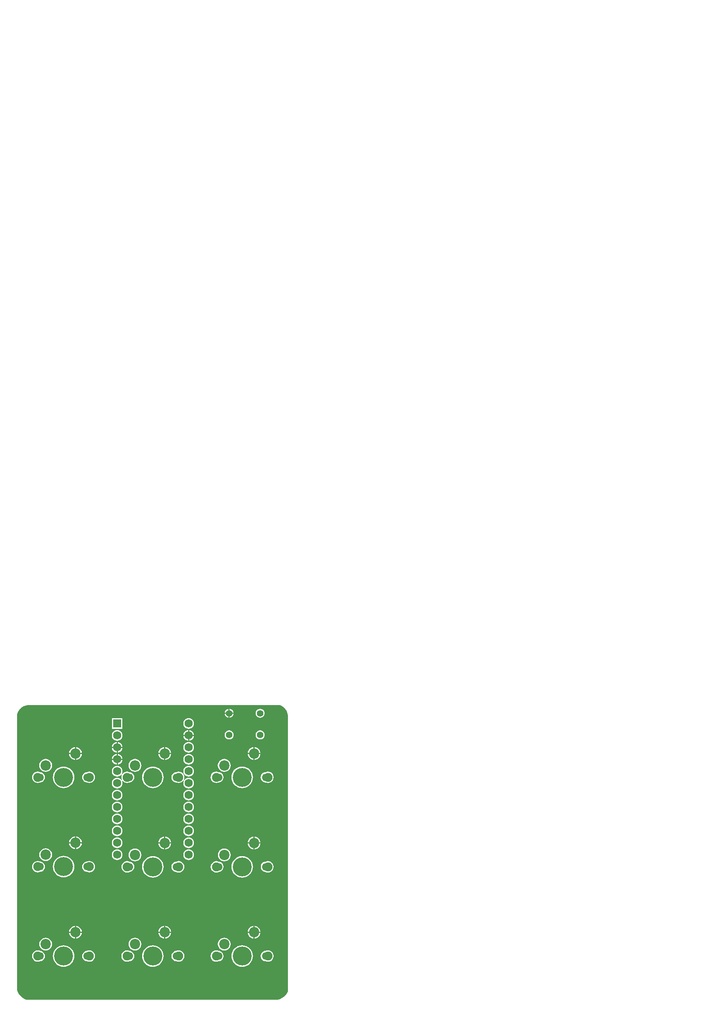
<source format=gbr>
%TF.GenerationSoftware,Altium Limited,Altium Designer,20.1.12 (249)*%
G04 Layer_Physical_Order=1*
G04 Layer_Color=255*
%FSLAX26Y26*%
%MOIN*%
%TF.SameCoordinates,B967F61E-ED45-4387-9E05-25525081BA1A*%
%TF.FilePolarity,Positive*%
%TF.FileFunction,Copper,L1,Top,Signal*%
%TF.Part,Single*%
G01*
G75*
%TA.AperFunction,ComponentPad*%
%ADD10C,0.159449*%
%ADD11C,0.074803*%
%ADD12C,0.066929*%
%ADD13C,0.086614*%
%ADD14C,0.069016*%
%ADD15R,0.069016X0.069016*%
%ADD16C,0.055118*%
G36*
X2216175Y2477732D02*
X2228406Y2472666D01*
X2239414Y2465311D01*
X2254175Y2450549D01*
X2254175Y2450549D01*
X2261140Y2443585D01*
X2272084Y2427206D01*
X2279622Y2409007D01*
X2283465Y2389688D01*
Y2379838D01*
Y96737D01*
Y90117D01*
X2280882Y77132D01*
X2275816Y64901D01*
X2268460Y53893D01*
X2253699Y39132D01*
X2253699D01*
X2246734Y32167D01*
X2230356Y21224D01*
X2212157Y13685D01*
X2192837Y9842D01*
X90117D01*
X77132Y12425D01*
X64901Y17492D01*
X53893Y24847D01*
X30722Y48019D01*
X30722Y48019D01*
X30721Y48019D01*
X25757Y52983D01*
X17956Y64659D01*
X12582Y77632D01*
X9843Y91404D01*
Y98425D01*
Y2393421D01*
Y2400040D01*
X12425Y2413025D01*
X17492Y2425256D01*
X24847Y2436264D01*
X39608Y2451026D01*
X39609Y2451026D01*
Y2451026D01*
X46573Y2457990D01*
X62951Y2468934D01*
X81150Y2476472D01*
X100470Y2480315D01*
X2203190D01*
X2216175Y2477732D01*
D02*
G37*
G36*
X5782598Y8184882D02*
D01*
D02*
G37*
%LPC*%
G36*
X1793740Y2447619D02*
Y2415394D01*
X1825965D01*
X1825332Y2420199D01*
X1821548Y2429335D01*
X1815528Y2437181D01*
X1807682Y2443201D01*
X1798545Y2446986D01*
X1793740Y2447619D01*
D02*
G37*
G36*
X1783740Y2447619D02*
X1778935Y2446986D01*
X1769799Y2443201D01*
X1761953Y2437181D01*
X1755932Y2429335D01*
X1752148Y2420199D01*
X1751515Y2415394D01*
X1783740D01*
Y2447619D01*
D02*
G37*
G36*
X1825965Y2405394D02*
X1793740D01*
Y2373169D01*
X1798545Y2373801D01*
X1807682Y2377586D01*
X1815528Y2383606D01*
X1821548Y2391452D01*
X1825332Y2400589D01*
X1825965Y2405394D01*
D02*
G37*
G36*
X1783740D02*
X1751515D01*
X1752148Y2400589D01*
X1755932Y2391452D01*
X1761953Y2383606D01*
X1769799Y2377586D01*
X1778935Y2373801D01*
X1783740Y2373169D01*
Y2405394D01*
D02*
G37*
G36*
X2048583Y2448277D02*
X2038778Y2446986D01*
X2029641Y2443201D01*
X2021795Y2437181D01*
X2015775Y2429335D01*
X2011990Y2420199D01*
X2010700Y2410394D01*
X2011990Y2400589D01*
X2015775Y2391452D01*
X2021795Y2383606D01*
X2029641Y2377586D01*
X2038778Y2373801D01*
X2048583Y2372511D01*
X2058388Y2373801D01*
X2067524Y2377586D01*
X2075370Y2383606D01*
X2081390Y2391452D01*
X2085175Y2400589D01*
X2086466Y2410394D01*
X2085175Y2420199D01*
X2081390Y2429335D01*
X2075370Y2437181D01*
X2067524Y2443201D01*
X2058388Y2446986D01*
X2048583Y2448277D01*
D02*
G37*
G36*
X893362Y2368682D02*
X804346D01*
Y2279666D01*
X893362D01*
Y2368682D01*
D02*
G37*
G36*
X1448854Y2369066D02*
X1437235Y2367536D01*
X1426408Y2363051D01*
X1417111Y2355917D01*
X1409977Y2346620D01*
X1405492Y2335793D01*
X1403962Y2324174D01*
X1405492Y2312555D01*
X1409977Y2301728D01*
X1417111Y2292430D01*
X1426408Y2285296D01*
X1437235Y2280811D01*
X1448854Y2279282D01*
X1460473Y2280811D01*
X1471300Y2285296D01*
X1480598Y2292430D01*
X1487732Y2301728D01*
X1492216Y2312555D01*
X1493746Y2324174D01*
X1492216Y2335793D01*
X1487732Y2346620D01*
X1480598Y2355917D01*
X1471300Y2363051D01*
X1460473Y2367536D01*
X1448854Y2369066D01*
D02*
G37*
G36*
X1453854Y2268407D02*
Y2229174D01*
X1493088D01*
X1492216Y2235793D01*
X1487732Y2246620D01*
X1480598Y2255917D01*
X1471300Y2263051D01*
X1460473Y2267536D01*
X1453854Y2268407D01*
D02*
G37*
G36*
X1443854D02*
X1437235Y2267536D01*
X1426408Y2263051D01*
X1417111Y2255917D01*
X1409977Y2246620D01*
X1405492Y2235793D01*
X1404621Y2229174D01*
X1443854D01*
Y2268407D01*
D02*
G37*
G36*
X2048583Y2267174D02*
X2038778Y2265884D01*
X2029641Y2262099D01*
X2021795Y2256079D01*
X2015775Y2248233D01*
X2011990Y2239096D01*
X2010700Y2229291D01*
X2011990Y2219486D01*
X2015775Y2210350D01*
X2021795Y2202504D01*
X2029641Y2196484D01*
X2038778Y2192699D01*
X2048583Y2191408D01*
X2058388Y2192699D01*
X2067524Y2196484D01*
X2075370Y2202504D01*
X2081390Y2210350D01*
X2085175Y2219486D01*
X2086466Y2229291D01*
X2085175Y2239096D01*
X2081390Y2248233D01*
X2075370Y2256079D01*
X2067524Y2262099D01*
X2058388Y2265884D01*
X2048583Y2267174D01*
D02*
G37*
G36*
X1788740D02*
X1778935Y2265884D01*
X1769799Y2262099D01*
X1761953Y2256079D01*
X1755932Y2248233D01*
X1752148Y2239096D01*
X1750857Y2229291D01*
X1752148Y2219486D01*
X1755932Y2210350D01*
X1761953Y2202504D01*
X1769799Y2196484D01*
X1778935Y2192699D01*
X1788740Y2191408D01*
X1798545Y2192699D01*
X1807682Y2196484D01*
X1815528Y2202504D01*
X1821548Y2210350D01*
X1825332Y2219486D01*
X1826623Y2229291D01*
X1825332Y2239096D01*
X1821548Y2248233D01*
X1815528Y2256079D01*
X1807682Y2262099D01*
X1798545Y2265884D01*
X1788740Y2267174D01*
D02*
G37*
G36*
X1493088Y2219174D02*
X1453854D01*
Y2179940D01*
X1460473Y2180811D01*
X1471300Y2185296D01*
X1480598Y2192430D01*
X1487732Y2201728D01*
X1492216Y2212555D01*
X1493088Y2219174D01*
D02*
G37*
G36*
X1443854D02*
X1404621D01*
X1405492Y2212555D01*
X1409977Y2201728D01*
X1417111Y2192430D01*
X1426408Y2185296D01*
X1437235Y2180811D01*
X1443854Y2179940D01*
Y2219174D01*
D02*
G37*
G36*
X848854Y2269066D02*
X837235Y2267536D01*
X826408Y2263051D01*
X817111Y2255917D01*
X809977Y2246620D01*
X805492Y2235793D01*
X803962Y2224174D01*
X805492Y2212555D01*
X809977Y2201728D01*
X817111Y2192430D01*
X826408Y2185296D01*
X837235Y2180811D01*
X848854Y2179282D01*
X860473Y2180811D01*
X871300Y2185296D01*
X880598Y2192430D01*
X887732Y2201728D01*
X892216Y2212555D01*
X893746Y2224174D01*
X892216Y2235793D01*
X887732Y2246620D01*
X880598Y2255917D01*
X871300Y2263051D01*
X860473Y2267536D01*
X848854Y2269066D01*
D02*
G37*
G36*
X853854Y2168407D02*
Y2129174D01*
X893088D01*
X892216Y2135793D01*
X887732Y2146620D01*
X880598Y2155917D01*
X871300Y2163051D01*
X860473Y2167536D01*
X853854Y2168407D01*
D02*
G37*
G36*
X843854D02*
X837235Y2167536D01*
X826408Y2163051D01*
X817111Y2155917D01*
X809977Y2146620D01*
X805492Y2135793D01*
X804621Y2129174D01*
X843854D01*
Y2168407D01*
D02*
G37*
G36*
X893088Y2119174D02*
X853854D01*
Y2079940D01*
X860473Y2080811D01*
X871300Y2085296D01*
X880598Y2092430D01*
X887732Y2101728D01*
X892216Y2112555D01*
X893088Y2119174D01*
D02*
G37*
G36*
X843854D02*
X804621D01*
X805492Y2112555D01*
X809977Y2101728D01*
X817111Y2092430D01*
X826408Y2085296D01*
X837235Y2080811D01*
X843854Y2079940D01*
Y2119174D01*
D02*
G37*
G36*
X1448854Y2169066D02*
X1437235Y2167536D01*
X1426408Y2163051D01*
X1417111Y2155917D01*
X1409977Y2146620D01*
X1405492Y2135793D01*
X1403962Y2124174D01*
X1405492Y2112555D01*
X1409977Y2101728D01*
X1417111Y2092430D01*
X1426408Y2085296D01*
X1437235Y2080811D01*
X1448854Y2079282D01*
X1460473Y2080811D01*
X1471300Y2085296D01*
X1480598Y2092430D01*
X1487732Y2101728D01*
X1492216Y2112555D01*
X1493746Y2124174D01*
X1492216Y2135793D01*
X1487732Y2146620D01*
X1480598Y2155917D01*
X1471300Y2163051D01*
X1460473Y2167536D01*
X1448854Y2169066D01*
D02*
G37*
G36*
X2002441Y2126534D02*
Y2078425D01*
X2050550D01*
X2049376Y2087341D01*
X2044005Y2100309D01*
X2035460Y2111444D01*
X2024324Y2119989D01*
X2011357Y2125360D01*
X2002441Y2126534D01*
D02*
G37*
G36*
X1992441D02*
X1983525Y2125360D01*
X1970557Y2119989D01*
X1959422Y2111444D01*
X1950877Y2100309D01*
X1945506Y2087341D01*
X1944332Y2078425D01*
X1992441D01*
Y2126534D01*
D02*
G37*
G36*
X1253228D02*
Y2078425D01*
X1301337D01*
X1300163Y2087341D01*
X1294792Y2100309D01*
X1286247Y2111444D01*
X1275112Y2119989D01*
X1262144Y2125360D01*
X1253228Y2126534D01*
D02*
G37*
G36*
X1243228D02*
X1234312Y2125360D01*
X1221345Y2119989D01*
X1210209Y2111444D01*
X1201665Y2100309D01*
X1196293Y2087341D01*
X1195120Y2078425D01*
X1243228D01*
Y2126534D01*
D02*
G37*
G36*
X504016D02*
Y2078425D01*
X552125D01*
X550951Y2087341D01*
X545579Y2100309D01*
X537035Y2111444D01*
X525899Y2119989D01*
X512932Y2125360D01*
X504016Y2126534D01*
D02*
G37*
G36*
X494016D02*
X485100Y2125360D01*
X472132Y2119989D01*
X460997Y2111444D01*
X452452Y2100309D01*
X447081Y2087341D01*
X445907Y2078425D01*
X494016D01*
Y2126534D01*
D02*
G37*
G36*
X853854Y2068407D02*
Y2029174D01*
X893088D01*
X892216Y2035793D01*
X887732Y2046620D01*
X880598Y2055917D01*
X871300Y2063051D01*
X860473Y2067536D01*
X853854Y2068407D01*
D02*
G37*
G36*
X843854D02*
X837235Y2067536D01*
X826408Y2063051D01*
X817111Y2055917D01*
X809977Y2046620D01*
X805492Y2035793D01*
X804621Y2029174D01*
X843854D01*
Y2068407D01*
D02*
G37*
G36*
X2050550Y2068425D02*
X2002441D01*
Y2020316D01*
X2011357Y2021490D01*
X2024324Y2026861D01*
X2035460Y2035406D01*
X2044005Y2046542D01*
X2049376Y2059509D01*
X2050550Y2068425D01*
D02*
G37*
G36*
X1992441D02*
X1944332D01*
X1945506Y2059509D01*
X1950877Y2046542D01*
X1959422Y2035406D01*
X1970557Y2026861D01*
X1983525Y2021490D01*
X1992441Y2020316D01*
Y2068425D01*
D02*
G37*
G36*
X552125D02*
X504016D01*
Y2020316D01*
X512932Y2021490D01*
X525899Y2026861D01*
X537035Y2035406D01*
X545579Y2046542D01*
X550951Y2059509D01*
X552125Y2068425D01*
D02*
G37*
G36*
X494016D02*
X445907D01*
X447081Y2059509D01*
X452452Y2046542D01*
X460997Y2035406D01*
X472132Y2026861D01*
X485100Y2021490D01*
X494016Y2020316D01*
Y2068425D01*
D02*
G37*
G36*
X1301337D02*
X1253228D01*
Y2020316D01*
X1262144Y2021490D01*
X1275112Y2026861D01*
X1286247Y2035406D01*
X1294792Y2046542D01*
X1300163Y2059509D01*
X1301337Y2068425D01*
D02*
G37*
G36*
X1243228D02*
X1195120D01*
X1196293Y2059509D01*
X1201665Y2046542D01*
X1210209Y2035406D01*
X1221345Y2026861D01*
X1234312Y2021490D01*
X1243228Y2020316D01*
Y2068425D01*
D02*
G37*
G36*
X893088Y2019174D02*
X853854D01*
Y1979940D01*
X860473Y1980812D01*
X871300Y1985296D01*
X880598Y1992430D01*
X887732Y2001728D01*
X892216Y2012555D01*
X893088Y2019174D01*
D02*
G37*
G36*
X843854D02*
X804621D01*
X805492Y2012555D01*
X809977Y2001728D01*
X817111Y1992430D01*
X826408Y1985296D01*
X837235Y1980812D01*
X843854Y1979940D01*
Y2019174D01*
D02*
G37*
G36*
X1448854Y2069066D02*
X1437235Y2067536D01*
X1426408Y2063051D01*
X1417111Y2055917D01*
X1409977Y2046620D01*
X1405492Y2035793D01*
X1403962Y2024174D01*
X1405492Y2012555D01*
X1409977Y2001728D01*
X1417111Y1992430D01*
X1426408Y1985296D01*
X1437235Y1980812D01*
X1448854Y1979282D01*
X1460473Y1980812D01*
X1471300Y1985296D01*
X1480598Y1992430D01*
X1487732Y2001728D01*
X1492216Y2012555D01*
X1493746Y2024174D01*
X1492216Y2035793D01*
X1487732Y2046620D01*
X1480598Y2055917D01*
X1471300Y2063051D01*
X1460473Y2067536D01*
X1448854Y2069066D01*
D02*
G37*
G36*
X1747441Y2027192D02*
X1733525Y2025360D01*
X1720557Y2019989D01*
X1709422Y2011444D01*
X1700877Y2000309D01*
X1695506Y1987341D01*
X1693674Y1973425D01*
X1695506Y1959509D01*
X1700877Y1946542D01*
X1709422Y1935406D01*
X1720557Y1926861D01*
X1733525Y1921490D01*
X1747441Y1919658D01*
X1761357Y1921490D01*
X1774324Y1926861D01*
X1785460Y1935406D01*
X1794005Y1946542D01*
X1799376Y1959509D01*
X1801208Y1973425D01*
X1799376Y1987341D01*
X1794005Y2000309D01*
X1785460Y2011444D01*
X1774324Y2019989D01*
X1761357Y2025360D01*
X1747441Y2027192D01*
D02*
G37*
G36*
X998228D02*
X984312Y2025360D01*
X971345Y2019989D01*
X960209Y2011444D01*
X951665Y2000309D01*
X946293Y1987341D01*
X944461Y1973425D01*
X946293Y1959509D01*
X951665Y1946542D01*
X960209Y1935406D01*
X971345Y1926861D01*
X984312Y1921490D01*
X998228Y1919658D01*
X1012144Y1921490D01*
X1025112Y1926861D01*
X1036247Y1935406D01*
X1044792Y1946542D01*
X1050163Y1959509D01*
X1051995Y1973425D01*
X1050163Y1987341D01*
X1044792Y2000309D01*
X1036247Y2011444D01*
X1025112Y2019989D01*
X1012144Y2025360D01*
X998228Y2027192D01*
D02*
G37*
G36*
X249016D02*
X235100Y2025360D01*
X222132Y2019989D01*
X210997Y2011444D01*
X202452Y2000309D01*
X197081Y1987341D01*
X195249Y1973425D01*
X197081Y1959509D01*
X202452Y1946542D01*
X210997Y1935406D01*
X222132Y1926861D01*
X235100Y1921490D01*
X249016Y1919658D01*
X262932Y1921490D01*
X275899Y1926861D01*
X287035Y1935406D01*
X295579Y1946542D01*
X300951Y1959509D01*
X302783Y1973425D01*
X300951Y1987341D01*
X295579Y2000309D01*
X287035Y2011444D01*
X275899Y2019989D01*
X262932Y2025360D01*
X249016Y2027192D01*
D02*
G37*
G36*
X1448854Y1969066D02*
X1437235Y1967536D01*
X1426408Y1963051D01*
X1417111Y1955917D01*
X1409977Y1946620D01*
X1405492Y1935793D01*
X1403962Y1924174D01*
X1405492Y1912555D01*
X1409977Y1901728D01*
X1417111Y1892430D01*
X1426408Y1885296D01*
X1437235Y1880812D01*
X1448854Y1879282D01*
X1460473Y1880812D01*
X1471300Y1885296D01*
X1480598Y1892430D01*
X1487732Y1901728D01*
X1492216Y1912555D01*
X1493746Y1924174D01*
X1492216Y1935793D01*
X1487732Y1946620D01*
X1480598Y1955917D01*
X1471300Y1963051D01*
X1460473Y1967536D01*
X1448854Y1969066D01*
D02*
G37*
G36*
X848854D02*
X837235Y1967536D01*
X826408Y1963051D01*
X817111Y1955917D01*
X809977Y1946620D01*
X805492Y1935793D01*
X803962Y1924174D01*
X805492Y1912555D01*
X809977Y1901728D01*
X817111Y1892430D01*
X826408Y1885296D01*
X837235Y1880812D01*
X848854Y1879282D01*
X860473Y1880812D01*
X871300Y1885296D01*
X880598Y1892430D01*
X885443Y1898745D01*
X885484Y1898798D01*
X889851Y1896276D01*
X889771Y1896083D01*
X885511Y1885800D01*
X883882Y1873425D01*
X885511Y1861051D01*
X888504Y1853827D01*
X884136Y1851305D01*
X880598Y1855917D01*
X871300Y1863051D01*
X860473Y1867536D01*
X848854Y1869066D01*
X837235Y1867536D01*
X826408Y1863051D01*
X817111Y1855917D01*
X809977Y1846620D01*
X805492Y1835793D01*
X803962Y1824174D01*
X805492Y1812555D01*
X809977Y1801728D01*
X817111Y1792430D01*
X826408Y1785296D01*
X837235Y1780812D01*
X848854Y1779282D01*
X860473Y1780812D01*
X871300Y1785296D01*
X880598Y1792430D01*
X887732Y1801728D01*
X892216Y1812555D01*
X893746Y1824174D01*
X892216Y1835793D01*
X889516Y1842313D01*
X893883Y1844834D01*
X897886Y1839618D01*
X907788Y1832020D01*
X919319Y1827244D01*
X931693Y1825615D01*
X944067Y1827244D01*
X950416Y1829874D01*
X959575Y1831079D01*
X970148Y1835459D01*
X979228Y1842426D01*
X986194Y1851505D01*
X990574Y1862079D01*
X992068Y1873425D01*
X990574Y1884772D01*
X986194Y1895345D01*
X979228Y1904425D01*
X970148Y1911391D01*
X959575Y1915771D01*
X950416Y1916977D01*
X944067Y1919607D01*
X931693Y1921236D01*
X919319Y1919607D01*
X907788Y1914830D01*
X897886Y1907232D01*
X892577Y1900313D01*
X892536Y1900260D01*
X888169Y1902782D01*
X888249Y1902975D01*
X892216Y1912555D01*
X893746Y1924174D01*
X892216Y1935793D01*
X887732Y1946620D01*
X880598Y1955917D01*
X871300Y1963051D01*
X860473Y1967536D01*
X848854Y1969066D01*
D02*
G37*
G36*
X2113976Y1921236D02*
X2101602Y1919607D01*
X2095253Y1916977D01*
X2086094Y1915771D01*
X2075521Y1911391D01*
X2066442Y1904425D01*
X2059475Y1895345D01*
X2055095Y1884772D01*
X2053601Y1873425D01*
X2055095Y1862079D01*
X2059475Y1851505D01*
X2066442Y1842426D01*
X2075521Y1835459D01*
X2086094Y1831079D01*
X2095253Y1829874D01*
X2101602Y1827244D01*
X2113976Y1825615D01*
X2126351Y1827244D01*
X2137882Y1832020D01*
X2147784Y1839618D01*
X2155381Y1849520D01*
X2160158Y1861051D01*
X2161787Y1873425D01*
X2160158Y1885800D01*
X2155381Y1897330D01*
X2147784Y1907232D01*
X2137882Y1914830D01*
X2126351Y1919607D01*
X2113976Y1921236D01*
D02*
G37*
G36*
X1680905D02*
X1668531Y1919607D01*
X1657000Y1914830D01*
X1647098Y1907232D01*
X1639500Y1897330D01*
X1634724Y1885800D01*
X1633095Y1873425D01*
X1634724Y1861051D01*
X1639500Y1849520D01*
X1647098Y1839618D01*
X1657000Y1832020D01*
X1668531Y1827244D01*
X1680905Y1825615D01*
X1693280Y1827244D01*
X1699629Y1829874D01*
X1708787Y1831079D01*
X1719361Y1835459D01*
X1728440Y1842426D01*
X1735407Y1851505D01*
X1739787Y1862079D01*
X1741280Y1873425D01*
X1739787Y1884772D01*
X1735407Y1895345D01*
X1728440Y1904425D01*
X1719361Y1911391D01*
X1708787Y1915771D01*
X1699629Y1916977D01*
X1693280Y1919607D01*
X1680905Y1921236D01*
D02*
G37*
G36*
X615551D02*
X603177Y1919607D01*
X596828Y1916977D01*
X587669Y1915771D01*
X577096Y1911391D01*
X568016Y1904425D01*
X561049Y1895345D01*
X556670Y1884772D01*
X555176Y1873425D01*
X556670Y1862079D01*
X561049Y1851505D01*
X568016Y1842426D01*
X577096Y1835459D01*
X587669Y1831079D01*
X596828Y1829874D01*
X603177Y1827244D01*
X615551Y1825615D01*
X627926Y1827244D01*
X639456Y1832020D01*
X649358Y1839618D01*
X656956Y1849520D01*
X661733Y1861051D01*
X663362Y1873425D01*
X661733Y1885800D01*
X656956Y1897330D01*
X649358Y1907232D01*
X639456Y1914830D01*
X627926Y1919607D01*
X615551Y1921236D01*
D02*
G37*
G36*
X182480D02*
X170106Y1919607D01*
X158575Y1914830D01*
X148673Y1907232D01*
X141075Y1897330D01*
X136299Y1885800D01*
X134670Y1873425D01*
X136299Y1861051D01*
X141075Y1849520D01*
X148673Y1839618D01*
X158575Y1832020D01*
X170106Y1827244D01*
X182480Y1825615D01*
X194855Y1827244D01*
X201203Y1829874D01*
X210362Y1831079D01*
X220935Y1835459D01*
X230015Y1842426D01*
X236982Y1851505D01*
X241361Y1862079D01*
X242855Y1873425D01*
X241361Y1884772D01*
X236982Y1895345D01*
X230015Y1904425D01*
X220935Y1911391D01*
X210362Y1915771D01*
X201203Y1916977D01*
X194855Y1919607D01*
X182480Y1921236D01*
D02*
G37*
G36*
X1897441Y1963584D02*
X1879852Y1961851D01*
X1862939Y1956721D01*
X1847351Y1948389D01*
X1833689Y1937177D01*
X1822477Y1923515D01*
X1814145Y1907927D01*
X1809015Y1891014D01*
X1807282Y1873425D01*
X1809015Y1855836D01*
X1814145Y1838923D01*
X1822477Y1823336D01*
X1833689Y1809674D01*
X1847351Y1798461D01*
X1862939Y1790130D01*
X1879852Y1784999D01*
X1897441Y1783267D01*
X1915030Y1784999D01*
X1931943Y1790130D01*
X1947530Y1798461D01*
X1961193Y1809674D01*
X1972405Y1823336D01*
X1980736Y1838923D01*
X1985867Y1855836D01*
X1987599Y1873425D01*
X1985867Y1891014D01*
X1980736Y1907927D01*
X1972405Y1923515D01*
X1961193Y1937177D01*
X1947530Y1948389D01*
X1931943Y1956721D01*
X1915030Y1961851D01*
X1897441Y1963584D01*
D02*
G37*
G36*
X1148228D02*
X1130639Y1961851D01*
X1113726Y1956721D01*
X1098139Y1948389D01*
X1084477Y1937177D01*
X1073264Y1923515D01*
X1064933Y1907927D01*
X1059802Y1891014D01*
X1058070Y1873425D01*
X1059802Y1855836D01*
X1064933Y1838923D01*
X1073264Y1823336D01*
X1084477Y1809674D01*
X1098139Y1798461D01*
X1113726Y1790130D01*
X1130639Y1784999D01*
X1148228Y1783267D01*
X1165818Y1784999D01*
X1182731Y1790130D01*
X1198318Y1798461D01*
X1211980Y1809674D01*
X1223193Y1823336D01*
X1231524Y1838923D01*
X1236655Y1855836D01*
X1238387Y1873425D01*
X1236655Y1891014D01*
X1231524Y1907927D01*
X1223193Y1923515D01*
X1211980Y1937177D01*
X1198318Y1948389D01*
X1182731Y1956721D01*
X1165818Y1961851D01*
X1148228Y1963584D01*
D02*
G37*
G36*
X399016D02*
X381427Y1961851D01*
X364514Y1956721D01*
X348926Y1948389D01*
X335264Y1937177D01*
X324052Y1923515D01*
X315720Y1907927D01*
X310590Y1891014D01*
X308857Y1873425D01*
X310590Y1855836D01*
X315720Y1838923D01*
X324052Y1823336D01*
X335264Y1809674D01*
X348926Y1798461D01*
X364514Y1790130D01*
X381427Y1784999D01*
X399016Y1783267D01*
X416605Y1784999D01*
X433518Y1790130D01*
X449105Y1798461D01*
X462767Y1809674D01*
X473980Y1823336D01*
X482311Y1838923D01*
X487442Y1855836D01*
X489174Y1873425D01*
X487442Y1891014D01*
X482311Y1907927D01*
X473980Y1923515D01*
X462767Y1937177D01*
X449105Y1948389D01*
X433518Y1956721D01*
X416605Y1961851D01*
X399016Y1963584D01*
D02*
G37*
G36*
X1364764Y1921236D02*
X1352390Y1919607D01*
X1346041Y1916977D01*
X1336882Y1915771D01*
X1326309Y1911391D01*
X1317229Y1904425D01*
X1310262Y1895345D01*
X1305883Y1884772D01*
X1304389Y1873425D01*
X1305883Y1862079D01*
X1310262Y1851505D01*
X1317229Y1842426D01*
X1326309Y1835459D01*
X1336882Y1831079D01*
X1346041Y1829874D01*
X1352390Y1827244D01*
X1364764Y1825615D01*
X1377138Y1827244D01*
X1388669Y1832020D01*
X1398571Y1839618D01*
X1403708Y1846312D01*
X1405294Y1848379D01*
X1409661Y1845858D01*
X1408640Y1843392D01*
X1405492Y1835793D01*
X1403962Y1824174D01*
X1405492Y1812555D01*
X1409977Y1801728D01*
X1417111Y1792430D01*
X1426408Y1785296D01*
X1437235Y1780812D01*
X1448854Y1779282D01*
X1460473Y1780812D01*
X1471300Y1785296D01*
X1480598Y1792430D01*
X1487732Y1801728D01*
X1492216Y1812555D01*
X1493746Y1824174D01*
X1492216Y1835793D01*
X1487732Y1846620D01*
X1480598Y1855917D01*
X1471300Y1863051D01*
X1460473Y1867536D01*
X1448854Y1869066D01*
X1437235Y1867536D01*
X1426408Y1863051D01*
X1417111Y1855917D01*
X1412438Y1849827D01*
X1410852Y1847761D01*
X1406485Y1850282D01*
X1407506Y1852747D01*
X1410945Y1861051D01*
X1412574Y1873425D01*
X1410945Y1885800D01*
X1406169Y1897330D01*
X1398571Y1907232D01*
X1388669Y1914830D01*
X1377138Y1919607D01*
X1364764Y1921236D01*
D02*
G37*
G36*
X1448854Y1769066D02*
X1437235Y1767536D01*
X1426408Y1763051D01*
X1417111Y1755917D01*
X1409977Y1746620D01*
X1405492Y1735793D01*
X1403962Y1724174D01*
X1405492Y1712555D01*
X1409977Y1701728D01*
X1417111Y1692430D01*
X1426408Y1685296D01*
X1437235Y1680812D01*
X1448854Y1679282D01*
X1460473Y1680812D01*
X1471300Y1685296D01*
X1480598Y1692430D01*
X1487732Y1701728D01*
X1492216Y1712555D01*
X1493746Y1724174D01*
X1492216Y1735793D01*
X1487732Y1746620D01*
X1480598Y1755917D01*
X1471300Y1763051D01*
X1460473Y1767536D01*
X1448854Y1769066D01*
D02*
G37*
G36*
X848854D02*
X837235Y1767536D01*
X826408Y1763051D01*
X817111Y1755917D01*
X809977Y1746620D01*
X805492Y1735793D01*
X803962Y1724174D01*
X805492Y1712555D01*
X809977Y1701728D01*
X817111Y1692430D01*
X826408Y1685296D01*
X837235Y1680812D01*
X848854Y1679282D01*
X860473Y1680812D01*
X871300Y1685296D01*
X880598Y1692430D01*
X887732Y1701728D01*
X892216Y1712555D01*
X893746Y1724174D01*
X892216Y1735793D01*
X887732Y1746620D01*
X880598Y1755917D01*
X871300Y1763051D01*
X860473Y1767536D01*
X848854Y1769066D01*
D02*
G37*
G36*
X1448854Y1669066D02*
X1437235Y1667536D01*
X1426408Y1663051D01*
X1417111Y1655917D01*
X1409977Y1646620D01*
X1405492Y1635793D01*
X1403962Y1624174D01*
X1405492Y1612555D01*
X1409977Y1601728D01*
X1417111Y1592430D01*
X1426408Y1585296D01*
X1437235Y1580812D01*
X1448854Y1579282D01*
X1460473Y1580812D01*
X1471300Y1585296D01*
X1480598Y1592430D01*
X1487732Y1601728D01*
X1492216Y1612555D01*
X1493746Y1624174D01*
X1492216Y1635793D01*
X1487732Y1646620D01*
X1480598Y1655917D01*
X1471300Y1663051D01*
X1460473Y1667536D01*
X1448854Y1669066D01*
D02*
G37*
G36*
X848854D02*
X837235Y1667536D01*
X826408Y1663051D01*
X817111Y1655917D01*
X809977Y1646620D01*
X805492Y1635793D01*
X803962Y1624174D01*
X805492Y1612555D01*
X809977Y1601728D01*
X817111Y1592430D01*
X826408Y1585296D01*
X837235Y1580812D01*
X848854Y1579282D01*
X860473Y1580812D01*
X871300Y1585296D01*
X880598Y1592430D01*
X887732Y1601728D01*
X892216Y1612555D01*
X893746Y1624174D01*
X892216Y1635793D01*
X887732Y1646620D01*
X880598Y1655917D01*
X871300Y1663051D01*
X860473Y1667536D01*
X848854Y1669066D01*
D02*
G37*
G36*
X1448854Y1569066D02*
X1437235Y1567536D01*
X1426408Y1563051D01*
X1417111Y1555917D01*
X1409977Y1546620D01*
X1405492Y1535793D01*
X1403962Y1524174D01*
X1405492Y1512555D01*
X1409977Y1501728D01*
X1417111Y1492430D01*
X1426408Y1485296D01*
X1437235Y1480812D01*
X1448854Y1479282D01*
X1460473Y1480812D01*
X1471300Y1485296D01*
X1480598Y1492430D01*
X1487732Y1501728D01*
X1492216Y1512555D01*
X1493746Y1524174D01*
X1492216Y1535793D01*
X1487732Y1546620D01*
X1480598Y1555917D01*
X1471300Y1563051D01*
X1460473Y1567536D01*
X1448854Y1569066D01*
D02*
G37*
G36*
X848854D02*
X837235Y1567536D01*
X826408Y1563051D01*
X817111Y1555917D01*
X809977Y1546620D01*
X805492Y1535793D01*
X803962Y1524174D01*
X805492Y1512555D01*
X809977Y1501728D01*
X817111Y1492430D01*
X826408Y1485296D01*
X837235Y1480812D01*
X848854Y1479282D01*
X860473Y1480812D01*
X871300Y1485296D01*
X880598Y1492430D01*
X887732Y1501728D01*
X892216Y1512555D01*
X893746Y1524174D01*
X892216Y1535793D01*
X887732Y1546620D01*
X880598Y1555917D01*
X871300Y1563051D01*
X860473Y1567536D01*
X848854Y1569066D01*
D02*
G37*
G36*
X1448854Y1469066D02*
X1437235Y1467536D01*
X1426408Y1463051D01*
X1417111Y1455917D01*
X1409977Y1446620D01*
X1405492Y1435793D01*
X1403962Y1424174D01*
X1405492Y1412555D01*
X1409977Y1401728D01*
X1417111Y1392430D01*
X1426408Y1385296D01*
X1437235Y1380812D01*
X1448854Y1379282D01*
X1460473Y1380812D01*
X1471300Y1385296D01*
X1480598Y1392430D01*
X1487732Y1401728D01*
X1492216Y1412555D01*
X1493746Y1424174D01*
X1492216Y1435793D01*
X1487732Y1446620D01*
X1480598Y1455917D01*
X1471300Y1463051D01*
X1460473Y1467536D01*
X1448854Y1469066D01*
D02*
G37*
G36*
X848854D02*
X837235Y1467536D01*
X826408Y1463051D01*
X817111Y1455917D01*
X809977Y1446620D01*
X805492Y1435793D01*
X803962Y1424174D01*
X805492Y1412555D01*
X809977Y1401728D01*
X817111Y1392430D01*
X826408Y1385296D01*
X837235Y1380812D01*
X848854Y1379282D01*
X860473Y1380812D01*
X871300Y1385296D01*
X880598Y1392430D01*
X887732Y1401728D01*
X892216Y1412555D01*
X893746Y1424174D01*
X892216Y1435793D01*
X887732Y1446620D01*
X880598Y1455917D01*
X871300Y1463051D01*
X860473Y1467536D01*
X848854Y1469066D01*
D02*
G37*
G36*
X504016Y1377321D02*
Y1329213D01*
X552125D01*
X550951Y1338129D01*
X545579Y1351096D01*
X537035Y1362232D01*
X525899Y1370776D01*
X512932Y1376148D01*
X504016Y1377321D01*
D02*
G37*
G36*
X494016D02*
X485100Y1376148D01*
X472132Y1370776D01*
X460997Y1362232D01*
X452452Y1351096D01*
X447081Y1338129D01*
X445907Y1329213D01*
X494016D01*
Y1377321D01*
D02*
G37*
G36*
X2002677Y1376298D02*
Y1328189D01*
X2050786D01*
X2049612Y1337105D01*
X2044241Y1350073D01*
X2035696Y1361208D01*
X2024561Y1369753D01*
X2011593Y1375124D01*
X2002677Y1376298D01*
D02*
G37*
G36*
X1992677D02*
X1983761Y1375124D01*
X1970794Y1369753D01*
X1959658Y1361208D01*
X1951113Y1350073D01*
X1945742Y1337105D01*
X1944568Y1328189D01*
X1992677D01*
Y1376298D01*
D02*
G37*
G36*
X1253465D02*
Y1328189D01*
X1301573D01*
X1300400Y1337105D01*
X1295028Y1350073D01*
X1286484Y1361208D01*
X1275348Y1369753D01*
X1262380Y1375124D01*
X1253465Y1376298D01*
D02*
G37*
G36*
X1243465D02*
X1234549Y1375124D01*
X1221581Y1369753D01*
X1210446Y1361208D01*
X1201901Y1350073D01*
X1196530Y1337105D01*
X1195356Y1328189D01*
X1243465D01*
Y1376298D01*
D02*
G37*
G36*
X1448854Y1369066D02*
X1437235Y1367536D01*
X1426408Y1363051D01*
X1417111Y1355917D01*
X1409977Y1346620D01*
X1405492Y1335793D01*
X1403962Y1324174D01*
X1405492Y1312555D01*
X1409977Y1301728D01*
X1417111Y1292430D01*
X1426408Y1285296D01*
X1437235Y1280812D01*
X1448854Y1279282D01*
X1460473Y1280812D01*
X1471300Y1285296D01*
X1480598Y1292430D01*
X1487732Y1301728D01*
X1492216Y1312555D01*
X1493746Y1324174D01*
X1492216Y1335793D01*
X1487732Y1346620D01*
X1480598Y1355917D01*
X1471300Y1363051D01*
X1460473Y1367536D01*
X1448854Y1369066D01*
D02*
G37*
G36*
X848854D02*
X837235Y1367536D01*
X826408Y1363051D01*
X817111Y1355917D01*
X809977Y1346620D01*
X805492Y1335793D01*
X803962Y1324174D01*
X805492Y1312555D01*
X809977Y1301728D01*
X817111Y1292430D01*
X826408Y1285296D01*
X837235Y1280812D01*
X848854Y1279282D01*
X860473Y1280812D01*
X871300Y1285296D01*
X880598Y1292430D01*
X887732Y1301728D01*
X892216Y1312555D01*
X893746Y1324174D01*
X892216Y1335793D01*
X887732Y1346620D01*
X880598Y1355917D01*
X871300Y1363051D01*
X860473Y1367536D01*
X848854Y1369066D01*
D02*
G37*
G36*
X552125Y1319213D02*
X504016D01*
Y1271104D01*
X512932Y1272278D01*
X525899Y1277649D01*
X537035Y1286194D01*
X545579Y1297329D01*
X550951Y1310297D01*
X552125Y1319213D01*
D02*
G37*
G36*
X494016D02*
X445907D01*
X447081Y1310297D01*
X452452Y1297329D01*
X460997Y1286194D01*
X472132Y1277649D01*
X485100Y1272278D01*
X494016Y1271104D01*
Y1319213D01*
D02*
G37*
G36*
X2050786Y1318189D02*
X2002677D01*
Y1270080D01*
X2011593Y1271254D01*
X2024561Y1276625D01*
X2035696Y1285170D01*
X2044241Y1296305D01*
X2049612Y1309273D01*
X2050786Y1318189D01*
D02*
G37*
G36*
X1992677D02*
X1944568D01*
X1945742Y1309273D01*
X1951113Y1296305D01*
X1959658Y1285170D01*
X1970794Y1276625D01*
X1983761Y1271254D01*
X1992677Y1270080D01*
Y1318189D01*
D02*
G37*
G36*
X1301573D02*
X1253465D01*
Y1270080D01*
X1262380Y1271254D01*
X1275348Y1276625D01*
X1286484Y1285170D01*
X1295028Y1296305D01*
X1300400Y1309273D01*
X1301573Y1318189D01*
D02*
G37*
G36*
X1243465D02*
X1195356D01*
X1196530Y1309273D01*
X1201901Y1296305D01*
X1210446Y1285170D01*
X1221581Y1276625D01*
X1234549Y1271254D01*
X1243465Y1270080D01*
Y1318189D01*
D02*
G37*
G36*
X1448854Y1269066D02*
X1437235Y1267536D01*
X1426408Y1263051D01*
X1417111Y1255917D01*
X1409977Y1246620D01*
X1405492Y1235793D01*
X1403962Y1224174D01*
X1405492Y1212555D01*
X1409977Y1201728D01*
X1417111Y1192430D01*
X1426408Y1185296D01*
X1437235Y1180812D01*
X1448854Y1179282D01*
X1460473Y1180812D01*
X1471300Y1185296D01*
X1480598Y1192430D01*
X1487732Y1201728D01*
X1492216Y1212555D01*
X1493746Y1224174D01*
X1492216Y1235793D01*
X1487732Y1246620D01*
X1480598Y1255917D01*
X1471300Y1263051D01*
X1460473Y1267536D01*
X1448854Y1269066D01*
D02*
G37*
G36*
X848854D02*
X837235Y1267536D01*
X826408Y1263051D01*
X817111Y1255917D01*
X809977Y1246620D01*
X805492Y1235793D01*
X803962Y1224174D01*
X805492Y1212555D01*
X809977Y1201728D01*
X817111Y1192430D01*
X826408Y1185296D01*
X837235Y1180812D01*
X848854Y1179282D01*
X860473Y1180812D01*
X871300Y1185296D01*
X880598Y1192430D01*
X887732Y1201728D01*
X892216Y1212555D01*
X893746Y1224174D01*
X892216Y1235793D01*
X887732Y1246620D01*
X880598Y1255917D01*
X871300Y1263051D01*
X860473Y1267536D01*
X848854Y1269066D01*
D02*
G37*
G36*
X249016Y1277980D02*
X235100Y1276148D01*
X222132Y1270776D01*
X210997Y1262232D01*
X202452Y1251096D01*
X197081Y1238129D01*
X195249Y1224213D01*
X197081Y1210297D01*
X202452Y1197329D01*
X210997Y1186194D01*
X222132Y1177649D01*
X235100Y1172278D01*
X249016Y1170446D01*
X262932Y1172278D01*
X275899Y1177649D01*
X287035Y1186194D01*
X295579Y1197329D01*
X300951Y1210297D01*
X302783Y1224213D01*
X300951Y1238129D01*
X295579Y1251096D01*
X287035Y1262232D01*
X275899Y1270776D01*
X262932Y1276148D01*
X249016Y1277980D01*
D02*
G37*
G36*
X1747677Y1276956D02*
X1733761Y1275124D01*
X1720794Y1269753D01*
X1709658Y1261208D01*
X1701113Y1250073D01*
X1695742Y1237105D01*
X1693910Y1223189D01*
X1695742Y1209273D01*
X1701113Y1196305D01*
X1709658Y1185170D01*
X1720794Y1176625D01*
X1733761Y1171254D01*
X1747677Y1169422D01*
X1761593Y1171254D01*
X1774561Y1176625D01*
X1785696Y1185170D01*
X1794241Y1196305D01*
X1799612Y1209273D01*
X1801444Y1223189D01*
X1799612Y1237105D01*
X1794241Y1250073D01*
X1785696Y1261208D01*
X1774561Y1269753D01*
X1761593Y1275124D01*
X1747677Y1276956D01*
D02*
G37*
G36*
X998465D02*
X984549Y1275124D01*
X971581Y1269753D01*
X960446Y1261208D01*
X951901Y1250073D01*
X946530Y1237105D01*
X944697Y1223189D01*
X946530Y1209273D01*
X951901Y1196305D01*
X960446Y1185170D01*
X971581Y1176625D01*
X984549Y1171254D01*
X998465Y1169422D01*
X1012380Y1171254D01*
X1025348Y1176625D01*
X1036484Y1185170D01*
X1045028Y1196305D01*
X1050400Y1209273D01*
X1052232Y1223189D01*
X1050400Y1237105D01*
X1045028Y1250073D01*
X1036484Y1261208D01*
X1025348Y1269753D01*
X1012380Y1275124D01*
X998465Y1276956D01*
D02*
G37*
G36*
X615551Y1172023D02*
X603177Y1170394D01*
X596828Y1167764D01*
X587669Y1166558D01*
X577096Y1162179D01*
X568016Y1155212D01*
X561049Y1146132D01*
X556670Y1135559D01*
X555176Y1124213D01*
X556670Y1112866D01*
X561049Y1102293D01*
X568016Y1093213D01*
X577096Y1086246D01*
X587669Y1081867D01*
X596828Y1080661D01*
X603177Y1078031D01*
X615551Y1076402D01*
X627926Y1078031D01*
X639456Y1082807D01*
X649358Y1090406D01*
X656956Y1100307D01*
X661733Y1111838D01*
X663362Y1124213D01*
X661733Y1136587D01*
X656956Y1148118D01*
X649358Y1158020D01*
X639456Y1165618D01*
X627926Y1170394D01*
X615551Y1172023D01*
D02*
G37*
G36*
X182480D02*
X170106Y1170394D01*
X158575Y1165618D01*
X148673Y1158020D01*
X141075Y1148118D01*
X136299Y1136587D01*
X134670Y1124213D01*
X136299Y1111838D01*
X141075Y1100307D01*
X148673Y1090406D01*
X158575Y1082807D01*
X170106Y1078031D01*
X182480Y1076402D01*
X194855Y1078031D01*
X201203Y1080661D01*
X210362Y1081867D01*
X220935Y1086246D01*
X230015Y1093213D01*
X236982Y1102293D01*
X241361Y1112866D01*
X242855Y1124213D01*
X241361Y1135559D01*
X236982Y1146132D01*
X230015Y1155212D01*
X220935Y1162179D01*
X210362Y1166558D01*
X201203Y1167764D01*
X194855Y1170394D01*
X182480Y1172023D01*
D02*
G37*
G36*
X2114213Y1170999D02*
X2101838Y1169370D01*
X2095489Y1166741D01*
X2086331Y1165535D01*
X2075757Y1161155D01*
X2066678Y1154188D01*
X2059711Y1145109D01*
X2055331Y1134535D01*
X2053838Y1123189D01*
X2055331Y1111842D01*
X2059711Y1101269D01*
X2066678Y1092190D01*
X2075757Y1085223D01*
X2086331Y1080843D01*
X2095489Y1079637D01*
X2101838Y1077008D01*
X2114213Y1075379D01*
X2126587Y1077008D01*
X2138118Y1081784D01*
X2148020Y1089382D01*
X2155618Y1099284D01*
X2160394Y1110815D01*
X2162023Y1123189D01*
X2160394Y1135563D01*
X2155618Y1147094D01*
X2148020Y1156996D01*
X2138118Y1164594D01*
X2126587Y1169370D01*
X2114213Y1170999D01*
D02*
G37*
G36*
X1681142D02*
X1668767Y1169370D01*
X1657236Y1164594D01*
X1647335Y1156996D01*
X1639737Y1147094D01*
X1634960Y1135563D01*
X1633331Y1123189D01*
X1634960Y1110815D01*
X1639737Y1099284D01*
X1647335Y1089382D01*
X1657236Y1081784D01*
X1668767Y1077008D01*
X1681142Y1075379D01*
X1693516Y1077008D01*
X1699865Y1079637D01*
X1709024Y1080843D01*
X1719597Y1085223D01*
X1728676Y1092190D01*
X1735643Y1101269D01*
X1740023Y1111842D01*
X1741517Y1123189D01*
X1740023Y1134535D01*
X1735643Y1145109D01*
X1728676Y1154188D01*
X1719597Y1161155D01*
X1709024Y1165535D01*
X1699865Y1166741D01*
X1693516Y1169370D01*
X1681142Y1170999D01*
D02*
G37*
G36*
X1365000D02*
X1352626Y1169370D01*
X1346277Y1166741D01*
X1337118Y1165535D01*
X1326545Y1161155D01*
X1317465Y1154188D01*
X1310498Y1145109D01*
X1306119Y1134535D01*
X1304625Y1123189D01*
X1306119Y1111842D01*
X1310498Y1101269D01*
X1317465Y1092190D01*
X1326545Y1085223D01*
X1337118Y1080843D01*
X1346277Y1079637D01*
X1352626Y1077008D01*
X1365000Y1075379D01*
X1377374Y1077008D01*
X1388905Y1081784D01*
X1398807Y1089382D01*
X1406405Y1099284D01*
X1411181Y1110815D01*
X1412811Y1123189D01*
X1411181Y1135563D01*
X1406405Y1147094D01*
X1398807Y1156996D01*
X1388905Y1164594D01*
X1377374Y1169370D01*
X1365000Y1170999D01*
D02*
G37*
G36*
X931929D02*
X919555Y1169370D01*
X908024Y1164594D01*
X898122Y1156996D01*
X890524Y1147094D01*
X885748Y1135563D01*
X884119Y1123189D01*
X885748Y1110815D01*
X890524Y1099284D01*
X898122Y1089382D01*
X908024Y1081784D01*
X919555Y1077008D01*
X931929Y1075379D01*
X944303Y1077008D01*
X950652Y1079637D01*
X959811Y1080843D01*
X970384Y1085223D01*
X979464Y1092190D01*
X986431Y1101269D01*
X990810Y1111842D01*
X992304Y1123189D01*
X990810Y1134535D01*
X986431Y1145109D01*
X979464Y1154188D01*
X970384Y1161155D01*
X959811Y1165535D01*
X950652Y1166741D01*
X944303Y1169370D01*
X931929Y1170999D01*
D02*
G37*
G36*
X399016Y1214371D02*
X381427Y1212639D01*
X364514Y1207508D01*
X348926Y1199177D01*
X335264Y1187964D01*
X324052Y1174302D01*
X315720Y1158715D01*
X310590Y1141802D01*
X308857Y1124213D01*
X310590Y1106623D01*
X315720Y1089710D01*
X324052Y1074123D01*
X335264Y1060461D01*
X348926Y1049248D01*
X364514Y1040917D01*
X381427Y1035786D01*
X399016Y1034054D01*
X416605Y1035786D01*
X433518Y1040917D01*
X449105Y1049248D01*
X462767Y1060461D01*
X473980Y1074123D01*
X482311Y1089710D01*
X487442Y1106623D01*
X489174Y1124213D01*
X487442Y1141802D01*
X482311Y1158715D01*
X473980Y1174302D01*
X462767Y1187964D01*
X449105Y1199177D01*
X433518Y1207508D01*
X416605Y1212639D01*
X399016Y1214371D01*
D02*
G37*
G36*
X1897677Y1213348D02*
X1880088Y1211615D01*
X1863175Y1206485D01*
X1847588Y1198153D01*
X1833926Y1186941D01*
X1822713Y1173278D01*
X1814382Y1157691D01*
X1809251Y1140778D01*
X1807519Y1123189D01*
X1809251Y1105600D01*
X1814382Y1088687D01*
X1822713Y1073100D01*
X1833926Y1059437D01*
X1847588Y1048225D01*
X1863175Y1039893D01*
X1880088Y1034763D01*
X1897677Y1033031D01*
X1915266Y1034763D01*
X1932179Y1039893D01*
X1947767Y1048225D01*
X1961429Y1059437D01*
X1972641Y1073100D01*
X1980973Y1088687D01*
X1986103Y1105600D01*
X1987836Y1123189D01*
X1986103Y1140778D01*
X1980973Y1157691D01*
X1972641Y1173278D01*
X1961429Y1186941D01*
X1947767Y1198153D01*
X1932179Y1206485D01*
X1915266Y1211615D01*
X1897677Y1213348D01*
D02*
G37*
G36*
X1148465D02*
X1130876Y1211615D01*
X1113962Y1206485D01*
X1098375Y1198153D01*
X1084713Y1186941D01*
X1073501Y1173278D01*
X1065169Y1157691D01*
X1060039Y1140778D01*
X1058306Y1123189D01*
X1060039Y1105600D01*
X1065169Y1088687D01*
X1073501Y1073100D01*
X1084713Y1059437D01*
X1098375Y1048225D01*
X1113962Y1039893D01*
X1130876Y1034763D01*
X1148465Y1033031D01*
X1166054Y1034763D01*
X1182967Y1039893D01*
X1198554Y1048225D01*
X1212216Y1059437D01*
X1223429Y1073100D01*
X1231760Y1088687D01*
X1236891Y1105600D01*
X1238623Y1123189D01*
X1236891Y1140778D01*
X1231760Y1157691D01*
X1223429Y1173278D01*
X1212216Y1186941D01*
X1198554Y1198153D01*
X1182967Y1206485D01*
X1166054Y1211615D01*
X1148465Y1213348D01*
D02*
G37*
G36*
X2002441Y628109D02*
Y580000D01*
X2050550D01*
X2049376Y588916D01*
X2044005Y601884D01*
X2035460Y613019D01*
X2024324Y621564D01*
X2011357Y626935D01*
X2002441Y628109D01*
D02*
G37*
G36*
X1992441D02*
X1983525Y626935D01*
X1970557Y621564D01*
X1959422Y613019D01*
X1950877Y601884D01*
X1945506Y588916D01*
X1944332Y580000D01*
X1992441D01*
Y628109D01*
D02*
G37*
G36*
X1253228D02*
Y580000D01*
X1301337D01*
X1300163Y588916D01*
X1294792Y601884D01*
X1286247Y613019D01*
X1275112Y621564D01*
X1262144Y626935D01*
X1253228Y628109D01*
D02*
G37*
G36*
X1243228D02*
X1234312Y626935D01*
X1221345Y621564D01*
X1210209Y613019D01*
X1201665Y601884D01*
X1196293Y588916D01*
X1195120Y580000D01*
X1243228D01*
Y628109D01*
D02*
G37*
G36*
X504016D02*
Y580000D01*
X552125D01*
X550951Y588916D01*
X545579Y601884D01*
X537035Y613019D01*
X525899Y621564D01*
X512932Y626935D01*
X504016Y628109D01*
D02*
G37*
G36*
X494016D02*
X485100Y626935D01*
X472132Y621564D01*
X460997Y613019D01*
X452452Y601884D01*
X447081Y588916D01*
X445907Y580000D01*
X494016D01*
Y628109D01*
D02*
G37*
G36*
X2050550Y570000D02*
X2002441D01*
Y521891D01*
X2011357Y523065D01*
X2024324Y528436D01*
X2035460Y536981D01*
X2044005Y548116D01*
X2049376Y561084D01*
X2050550Y570000D01*
D02*
G37*
G36*
X1992441D02*
X1944332D01*
X1945506Y561084D01*
X1950877Y548116D01*
X1959422Y536981D01*
X1970557Y528436D01*
X1983525Y523065D01*
X1992441Y521891D01*
Y570000D01*
D02*
G37*
G36*
X552125D02*
X504016D01*
Y521891D01*
X512932Y523065D01*
X525899Y528436D01*
X537035Y536981D01*
X545579Y548116D01*
X550951Y561084D01*
X552125Y570000D01*
D02*
G37*
G36*
X494016D02*
X445907D01*
X447081Y561084D01*
X452452Y548116D01*
X460997Y536981D01*
X472132Y528436D01*
X485100Y523065D01*
X494016Y521891D01*
Y570000D01*
D02*
G37*
G36*
X1301337D02*
X1253228D01*
Y521891D01*
X1262144Y523065D01*
X1275112Y528436D01*
X1286247Y536981D01*
X1294792Y548116D01*
X1300163Y561084D01*
X1301337Y570000D01*
D02*
G37*
G36*
X1243228D02*
X1195120D01*
X1196293Y561084D01*
X1201665Y548116D01*
X1210209Y536981D01*
X1221345Y528436D01*
X1234312Y523065D01*
X1243228Y521891D01*
Y570000D01*
D02*
G37*
G36*
X1747441Y528767D02*
X1733525Y526935D01*
X1720557Y521564D01*
X1709422Y513019D01*
X1700877Y501884D01*
X1695506Y488916D01*
X1693674Y475000D01*
X1695506Y461084D01*
X1700877Y448116D01*
X1709422Y436981D01*
X1720557Y428436D01*
X1733525Y423065D01*
X1747441Y421233D01*
X1761357Y423065D01*
X1774324Y428436D01*
X1785460Y436981D01*
X1794005Y448116D01*
X1799376Y461084D01*
X1801208Y475000D01*
X1799376Y488916D01*
X1794005Y501884D01*
X1785460Y513019D01*
X1774324Y521564D01*
X1761357Y526935D01*
X1747441Y528767D01*
D02*
G37*
G36*
X998228D02*
X984312Y526935D01*
X971345Y521564D01*
X960209Y513019D01*
X951665Y501884D01*
X946293Y488916D01*
X944461Y475000D01*
X946293Y461084D01*
X951665Y448116D01*
X960209Y436981D01*
X971345Y428436D01*
X984312Y423065D01*
X998228Y421233D01*
X1012144Y423065D01*
X1025112Y428436D01*
X1036247Y436981D01*
X1044792Y448116D01*
X1050163Y461084D01*
X1051995Y475000D01*
X1050163Y488916D01*
X1044792Y501884D01*
X1036247Y513019D01*
X1025112Y521564D01*
X1012144Y526935D01*
X998228Y528767D01*
D02*
G37*
G36*
X249016D02*
X235100Y526935D01*
X222132Y521564D01*
X210997Y513019D01*
X202452Y501884D01*
X197081Y488916D01*
X195249Y475000D01*
X197081Y461084D01*
X202452Y448116D01*
X210997Y436981D01*
X222132Y428436D01*
X235100Y423065D01*
X249016Y421233D01*
X262932Y423065D01*
X275899Y428436D01*
X287035Y436981D01*
X295579Y448116D01*
X300951Y461084D01*
X302783Y475000D01*
X300951Y488916D01*
X295579Y501884D01*
X287035Y513019D01*
X275899Y521564D01*
X262932Y526935D01*
X249016Y528767D01*
D02*
G37*
G36*
X2113976Y422810D02*
X2101602Y421181D01*
X2095253Y418552D01*
X2086094Y417346D01*
X2075521Y412966D01*
X2066442Y405999D01*
X2059475Y396920D01*
X2055095Y386346D01*
X2053601Y375000D01*
X2055095Y363654D01*
X2059475Y353080D01*
X2066442Y344001D01*
X2075521Y337034D01*
X2086094Y332654D01*
X2095253Y331448D01*
X2101602Y328819D01*
X2113976Y327190D01*
X2126351Y328819D01*
X2137882Y333595D01*
X2147784Y341193D01*
X2155381Y351095D01*
X2160158Y362626D01*
X2161787Y375000D01*
X2160158Y387374D01*
X2155381Y398905D01*
X2147784Y408807D01*
X2137882Y416405D01*
X2126351Y421181D01*
X2113976Y422810D01*
D02*
G37*
G36*
X1680905D02*
X1668531Y421181D01*
X1657000Y416405D01*
X1647098Y408807D01*
X1639500Y398905D01*
X1634724Y387374D01*
X1633095Y375000D01*
X1634724Y362626D01*
X1639500Y351095D01*
X1647098Y341193D01*
X1657000Y333595D01*
X1668531Y328819D01*
X1680905Y327190D01*
X1693280Y328819D01*
X1699629Y331448D01*
X1708787Y332654D01*
X1719361Y337034D01*
X1728440Y344001D01*
X1735407Y353080D01*
X1739787Y363654D01*
X1741280Y375000D01*
X1739787Y386346D01*
X1735407Y396920D01*
X1728440Y405999D01*
X1719361Y412966D01*
X1708787Y417346D01*
X1699629Y418552D01*
X1693280Y421181D01*
X1680905Y422810D01*
D02*
G37*
G36*
X1364764D02*
X1352389Y421181D01*
X1346041Y418552D01*
X1336882Y417346D01*
X1326309Y412966D01*
X1317229Y405999D01*
X1310262Y396920D01*
X1305882Y386346D01*
X1304389Y375000D01*
X1305882Y363654D01*
X1310262Y353080D01*
X1317229Y344001D01*
X1326309Y337034D01*
X1336882Y332654D01*
X1346041Y331448D01*
X1352389Y328819D01*
X1364764Y327190D01*
X1377138Y328819D01*
X1388669Y333595D01*
X1398571Y341193D01*
X1406169Y351095D01*
X1410945Y362626D01*
X1412574Y375000D01*
X1410945Y387374D01*
X1406169Y398905D01*
X1398571Y408807D01*
X1388669Y416405D01*
X1377138Y421181D01*
X1364764Y422810D01*
D02*
G37*
G36*
X931693D02*
X919318Y421181D01*
X907788Y416405D01*
X897886Y408807D01*
X890288Y398905D01*
X885511Y387374D01*
X883882Y375000D01*
X885511Y362626D01*
X890288Y351095D01*
X897886Y341193D01*
X907788Y333595D01*
X919318Y328819D01*
X931693Y327190D01*
X944067Y328819D01*
X950416Y331448D01*
X959575Y332654D01*
X970148Y337034D01*
X979227Y344001D01*
X986194Y353080D01*
X990574Y363654D01*
X992068Y375000D01*
X990574Y386346D01*
X986194Y396920D01*
X979227Y405999D01*
X970148Y412966D01*
X959575Y417346D01*
X950416Y418552D01*
X944067Y421181D01*
X931693Y422810D01*
D02*
G37*
G36*
X615551D02*
X603177Y421181D01*
X596828Y418552D01*
X587669Y417346D01*
X577096Y412966D01*
X568016Y405999D01*
X561049Y396920D01*
X556670Y386346D01*
X555176Y375000D01*
X556670Y363654D01*
X561049Y353080D01*
X568016Y344001D01*
X577096Y337034D01*
X587669Y332654D01*
X596828Y331448D01*
X603177Y328819D01*
X615551Y327190D01*
X627926Y328819D01*
X639456Y333595D01*
X649358Y341193D01*
X656956Y351095D01*
X661733Y362626D01*
X663362Y375000D01*
X661733Y387374D01*
X656956Y398905D01*
X649358Y408807D01*
X639456Y416405D01*
X627926Y421181D01*
X615551Y422810D01*
D02*
G37*
G36*
X182480D02*
X170106Y421181D01*
X158575Y416405D01*
X148673Y408807D01*
X141075Y398905D01*
X136299Y387374D01*
X134670Y375000D01*
X136299Y362626D01*
X141075Y351095D01*
X148673Y341193D01*
X158575Y333595D01*
X170106Y328819D01*
X182480Y327190D01*
X194855Y328819D01*
X201203Y331448D01*
X210362Y332654D01*
X220935Y337034D01*
X230015Y344001D01*
X236982Y353080D01*
X241361Y363654D01*
X242855Y375000D01*
X241361Y386346D01*
X236982Y396920D01*
X230015Y405999D01*
X220935Y412966D01*
X210362Y417346D01*
X201203Y418552D01*
X194855Y421181D01*
X182480Y422810D01*
D02*
G37*
G36*
X1897441Y465159D02*
X1879852Y463426D01*
X1862939Y458296D01*
X1847351Y449964D01*
X1833689Y438752D01*
X1822477Y425089D01*
X1814145Y409502D01*
X1809015Y392589D01*
X1807282Y375000D01*
X1809015Y357411D01*
X1814145Y340498D01*
X1822477Y324911D01*
X1833689Y311248D01*
X1847351Y300036D01*
X1862939Y291704D01*
X1879852Y286574D01*
X1897441Y284841D01*
X1915030Y286574D01*
X1931943Y291704D01*
X1947530Y300036D01*
X1961193Y311248D01*
X1972405Y324911D01*
X1980736Y340498D01*
X1985867Y357411D01*
X1987599Y375000D01*
X1985867Y392589D01*
X1980736Y409502D01*
X1972405Y425089D01*
X1961193Y438752D01*
X1947530Y449964D01*
X1931943Y458296D01*
X1915030Y463426D01*
X1897441Y465159D01*
D02*
G37*
G36*
X1148228D02*
X1130639Y463426D01*
X1113726Y458296D01*
X1098139Y449964D01*
X1084477Y438752D01*
X1073264Y425089D01*
X1064933Y409502D01*
X1059802Y392589D01*
X1058070Y375000D01*
X1059802Y357411D01*
X1064933Y340498D01*
X1073264Y324911D01*
X1084477Y311248D01*
X1098139Y300036D01*
X1113726Y291704D01*
X1130639Y286574D01*
X1148228Y284841D01*
X1165817Y286574D01*
X1182730Y291704D01*
X1198318Y300036D01*
X1211980Y311248D01*
X1223192Y324911D01*
X1231524Y340498D01*
X1236654Y357411D01*
X1238387Y375000D01*
X1236654Y392589D01*
X1231524Y409502D01*
X1223192Y425089D01*
X1211980Y438752D01*
X1198318Y449964D01*
X1182730Y458296D01*
X1165817Y463426D01*
X1148228Y465159D01*
D02*
G37*
G36*
X399016D02*
X381427Y463426D01*
X364514Y458296D01*
X348926Y449964D01*
X335264Y438752D01*
X324052Y425089D01*
X315720Y409502D01*
X310590Y392589D01*
X308857Y375000D01*
X310590Y357411D01*
X315720Y340498D01*
X324052Y324911D01*
X335264Y311248D01*
X348926Y300036D01*
X364514Y291704D01*
X381427Y286574D01*
X399016Y284841D01*
X416605Y286574D01*
X433518Y291704D01*
X449105Y300036D01*
X462767Y311248D01*
X473980Y324911D01*
X482311Y340498D01*
X487442Y357411D01*
X489174Y375000D01*
X487442Y392589D01*
X482311Y409502D01*
X473980Y425089D01*
X462767Y438752D01*
X449105Y449964D01*
X433518Y458296D01*
X416605Y463426D01*
X399016Y465159D01*
D02*
G37*
%LPD*%
D10*
Y375000D02*
D03*
Y1124213D02*
D03*
X1148465Y1123189D02*
D03*
X1897677D02*
D03*
X1148228Y375000D02*
D03*
X1897441D02*
D03*
X399016Y1873425D02*
D03*
X1148228D02*
D03*
X1897441D02*
D03*
D11*
X615551Y375000D02*
D03*
X182480D02*
D03*
Y1124213D02*
D03*
X615551D02*
D03*
X1365000Y1123189D02*
D03*
X931929D02*
D03*
X1681142D02*
D03*
X2114213D02*
D03*
X1364764Y375000D02*
D03*
X931693D02*
D03*
X1680905D02*
D03*
X2113976D02*
D03*
X615551Y1873425D02*
D03*
X182480D02*
D03*
X931693D02*
D03*
X1364764D02*
D03*
X2113976D02*
D03*
X1680905D02*
D03*
D12*
X599016Y375000D02*
D03*
X199016D02*
D03*
Y1124213D02*
D03*
X599016D02*
D03*
X1348465Y1123189D02*
D03*
X948465D02*
D03*
X1697677D02*
D03*
X2097677D02*
D03*
X1348228Y375000D02*
D03*
X948228D02*
D03*
X1697441D02*
D03*
X2097441D02*
D03*
X599016Y1873425D02*
D03*
X199016D02*
D03*
X948228D02*
D03*
X1348228D02*
D03*
X2097441D02*
D03*
X1697441D02*
D03*
D13*
X499016Y575000D02*
D03*
X249016Y475000D02*
D03*
Y1224213D02*
D03*
X499016Y1324213D02*
D03*
X1248465Y1323189D02*
D03*
X998465Y1223189D02*
D03*
X1747677D02*
D03*
X1997677Y1323189D02*
D03*
X1248228Y575000D02*
D03*
X998228Y475000D02*
D03*
X1747441D02*
D03*
X1997441Y575000D02*
D03*
X499016Y2073425D02*
D03*
X249016Y1973425D02*
D03*
X998228D02*
D03*
X1248228Y2073425D02*
D03*
X1997441D02*
D03*
X1747441Y1973425D02*
D03*
D14*
X1448854Y2124174D02*
D03*
Y1324174D02*
D03*
Y1724174D02*
D03*
Y1224174D02*
D03*
Y1524174D02*
D03*
Y1424174D02*
D03*
Y1924174D02*
D03*
Y1824174D02*
D03*
Y2224174D02*
D03*
Y2024174D02*
D03*
Y2324174D02*
D03*
Y1624174D02*
D03*
X848854Y1324174D02*
D03*
Y1724174D02*
D03*
Y2124174D02*
D03*
Y1224174D02*
D03*
Y1524174D02*
D03*
Y1424174D02*
D03*
Y1924174D02*
D03*
Y1824174D02*
D03*
Y2024174D02*
D03*
Y2224174D02*
D03*
Y1624174D02*
D03*
D15*
Y2324174D02*
D03*
D16*
X1788740Y2229291D02*
D03*
Y2410394D02*
D03*
X2048583Y2229291D02*
D03*
Y2410394D02*
D03*
%TF.MD5,57632df9f9eff522a3895edc0be85d4b*%
M02*

</source>
